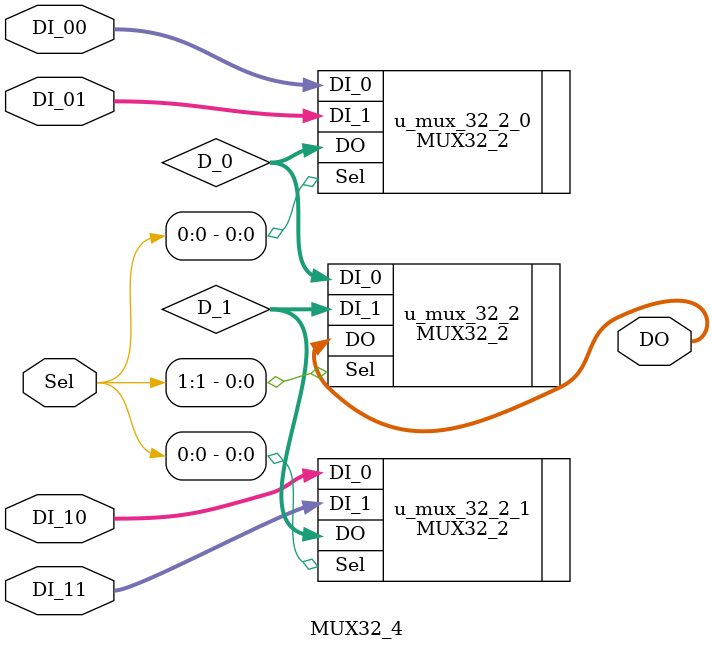
<source format=v>
`timescale 1ns / 1ps

module MUX32_4(
    input [1:0] Sel,
    input [31:0] DI_00,
    input [31:0] DI_01,
    input [31:0] DI_10,
    input [31:0] DI_11,
    output [31:0] DO
    );

    wire [31:0] D_0;
    wire [31:0] D_1;
    
    MUX32_2 u_mux_32_2_0(
        .Sel(Sel[0]),
        .DI_0(DI_00),
        .DI_1(DI_01),
        .DO(D_0)
    );
    
    MUX32_2 u_mux_32_2_1(
        .Sel(Sel[0]),
        .DI_0(DI_10),
        .DI_1(DI_11),
        .DO(D_1)
    );
    
    MUX32_2 u_mux_32_2(
        .Sel(Sel[1]),
        .DI_0(D_0),
        .DI_1(D_1),
        .DO(DO)
    );

endmodule

</source>
